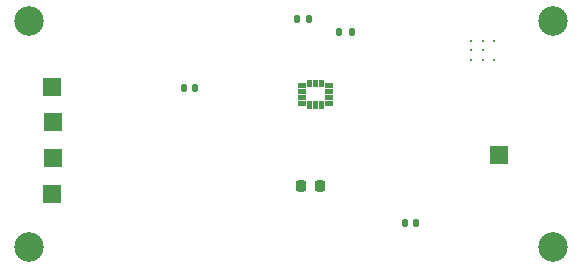
<source format=gbr>
%TF.GenerationSoftware,KiCad,Pcbnew,8.0.4*%
%TF.CreationDate,2024-11-04T05:07:06-05:00*%
%TF.ProjectId,6-axisIMU,362d6178-6973-4494-9d55-2e6b69636164,V01*%
%TF.SameCoordinates,Original*%
%TF.FileFunction,Soldermask,Top*%
%TF.FilePolarity,Negative*%
%FSLAX46Y46*%
G04 Gerber Fmt 4.6, Leading zero omitted, Abs format (unit mm)*
G04 Created by KiCad (PCBNEW 8.0.4) date 2024-11-04 05:07:06*
%MOMM*%
%LPD*%
G01*
G04 APERTURE LIST*
G04 Aperture macros list*
%AMRoundRect*
0 Rectangle with rounded corners*
0 $1 Rounding radius*
0 $2 $3 $4 $5 $6 $7 $8 $9 X,Y pos of 4 corners*
0 Add a 4 corners polygon primitive as box body*
4,1,4,$2,$3,$4,$5,$6,$7,$8,$9,$2,$3,0*
0 Add four circle primitives for the rounded corners*
1,1,$1+$1,$2,$3*
1,1,$1+$1,$4,$5*
1,1,$1+$1,$6,$7*
1,1,$1+$1,$8,$9*
0 Add four rect primitives between the rounded corners*
20,1,$1+$1,$2,$3,$4,$5,0*
20,1,$1+$1,$4,$5,$6,$7,0*
20,1,$1+$1,$6,$7,$8,$9,0*
20,1,$1+$1,$8,$9,$2,$3,0*%
G04 Aperture macros list end*
%ADD10C,0.010000*%
%ADD11C,2.500000*%
%ADD12RoundRect,0.250000X-0.550000X-0.550000X0.550000X-0.550000X0.550000X0.550000X-0.550000X0.550000X0*%
%ADD13C,0.299999*%
%ADD14RoundRect,0.140000X-0.140000X-0.170000X0.140000X-0.170000X0.140000X0.170000X-0.140000X0.170000X0*%
%ADD15RoundRect,0.225000X-0.225000X-0.250000X0.225000X-0.250000X0.225000X0.250000X-0.225000X0.250000X0*%
%ADD16RoundRect,0.135000X0.135000X0.185000X-0.135000X0.185000X-0.135000X-0.185000X0.135000X-0.185000X0*%
%ADD17RoundRect,0.135000X-0.135000X-0.185000X0.135000X-0.185000X0.135000X0.185000X-0.135000X0.185000X0*%
%ADD18RoundRect,0.140000X0.140000X0.170000X-0.140000X0.170000X-0.140000X-0.170000X0.140000X-0.170000X0*%
G04 APERTURE END LIST*
D10*
%TO.C,MT1*%
X87350000Y-35625000D02*
X86775000Y-35625000D01*
X86775000Y-35275000D01*
X87350000Y-35275000D01*
X87350000Y-35625000D01*
G36*
X87350000Y-35625000D02*
G01*
X86775000Y-35625000D01*
X86775000Y-35275000D01*
X87350000Y-35275000D01*
X87350000Y-35625000D01*
G37*
X87350000Y-35125000D02*
X86775000Y-35125000D01*
X86775000Y-34775000D01*
X87350000Y-34775000D01*
X87350000Y-35125000D01*
G36*
X87350000Y-35125000D02*
G01*
X86775000Y-35125000D01*
X86775000Y-34775000D01*
X87350000Y-34775000D01*
X87350000Y-35125000D01*
G37*
X87350000Y-34625000D02*
X86775000Y-34625000D01*
X86775000Y-34275000D01*
X87350000Y-34275000D01*
X87350000Y-34625000D01*
G36*
X87350000Y-34625000D02*
G01*
X86775000Y-34625000D01*
X86775000Y-34275000D01*
X87350000Y-34275000D01*
X87350000Y-34625000D01*
G37*
X87350000Y-34125000D02*
X86775000Y-34125000D01*
X86775000Y-33775000D01*
X87350000Y-33775000D01*
X87350000Y-34125000D01*
G36*
X87350000Y-34125000D02*
G01*
X86775000Y-34125000D01*
X86775000Y-33775000D01*
X87350000Y-33775000D01*
X87350000Y-34125000D01*
G37*
X86575000Y-35900000D02*
X86225000Y-35900000D01*
X86225000Y-35325000D01*
X86575000Y-35325000D01*
X86575000Y-35900000D01*
G36*
X86575000Y-35900000D02*
G01*
X86225000Y-35900000D01*
X86225000Y-35325000D01*
X86575000Y-35325000D01*
X86575000Y-35900000D01*
G37*
X86575000Y-34075000D02*
X86225000Y-34075000D01*
X86225000Y-33500000D01*
X86575000Y-33500000D01*
X86575000Y-34075000D01*
G36*
X86575000Y-34075000D02*
G01*
X86225000Y-34075000D01*
X86225000Y-33500000D01*
X86575000Y-33500000D01*
X86575000Y-34075000D01*
G37*
X86075000Y-35900000D02*
X85725000Y-35900000D01*
X85725000Y-35325000D01*
X86075000Y-35325000D01*
X86075000Y-35900000D01*
G36*
X86075000Y-35900000D02*
G01*
X85725000Y-35900000D01*
X85725000Y-35325000D01*
X86075000Y-35325000D01*
X86075000Y-35900000D01*
G37*
X86075000Y-34075000D02*
X85725000Y-34075000D01*
X85725000Y-33500000D01*
X86075000Y-33500000D01*
X86075000Y-34075000D01*
G36*
X86075000Y-34075000D02*
G01*
X85725000Y-34075000D01*
X85725000Y-33500000D01*
X86075000Y-33500000D01*
X86075000Y-34075000D01*
G37*
X85575000Y-35900000D02*
X85225000Y-35900000D01*
X85225000Y-35325000D01*
X85575000Y-35325000D01*
X85575000Y-35900000D01*
G36*
X85575000Y-35900000D02*
G01*
X85225000Y-35900000D01*
X85225000Y-35325000D01*
X85575000Y-35325000D01*
X85575000Y-35900000D01*
G37*
X85575000Y-34075000D02*
X85225000Y-34075000D01*
X85225000Y-33500000D01*
X85575000Y-33500000D01*
X85575000Y-34075000D01*
G36*
X85575000Y-34075000D02*
G01*
X85225000Y-34075000D01*
X85225000Y-33500000D01*
X85575000Y-33500000D01*
X85575000Y-34075000D01*
G37*
X85025000Y-35625000D02*
X84450000Y-35625000D01*
X84450000Y-35275000D01*
X85025000Y-35275000D01*
X85025000Y-35625000D01*
G36*
X85025000Y-35625000D02*
G01*
X84450000Y-35625000D01*
X84450000Y-35275000D01*
X85025000Y-35275000D01*
X85025000Y-35625000D01*
G37*
X85025000Y-35125000D02*
X84450000Y-35125000D01*
X84450000Y-34775000D01*
X85025000Y-34775000D01*
X85025000Y-35125000D01*
G36*
X85025000Y-35125000D02*
G01*
X84450000Y-35125000D01*
X84450000Y-34775000D01*
X85025000Y-34775000D01*
X85025000Y-35125000D01*
G37*
X85025000Y-34625000D02*
X84450000Y-34625000D01*
X84450000Y-34275000D01*
X85025000Y-34275000D01*
X85025000Y-34625000D01*
G36*
X85025000Y-34625000D02*
G01*
X84450000Y-34625000D01*
X84450000Y-34275000D01*
X85025000Y-34275000D01*
X85025000Y-34625000D01*
G37*
X85025000Y-34125000D02*
X84450000Y-34125000D01*
X84450000Y-33775000D01*
X85025000Y-33775000D01*
X85025000Y-34125000D01*
G36*
X85025000Y-34125000D02*
G01*
X84450000Y-34125000D01*
X84450000Y-33775000D01*
X85025000Y-33775000D01*
X85025000Y-34125000D01*
G37*
%TD*%
D11*
%TO.C,REF\u002A\u002A*%
X61660000Y-28550000D03*
%TD*%
%TO.C,REF\u002A\u002A*%
X106050000Y-28550000D03*
%TD*%
%TO.C,REF\u002A\u002A*%
X106050000Y-47660000D03*
%TD*%
%TO.C,REF\u002A\u002A*%
X61660000Y-47660000D03*
%TD*%
D12*
%TO.C,SDA*%
X63650000Y-43150000D03*
%TD*%
%TO.C,INT2*%
X63650000Y-34150000D03*
%TD*%
%TO.C,5V-In*%
X101500000Y-39900000D03*
%TD*%
%TO.C,INT1*%
X63700000Y-37100000D03*
%TD*%
%TO.C,SCL*%
X63700000Y-40100000D03*
%TD*%
D13*
%TO.C,U2*%
X101099999Y-31799999D03*
X100099998Y-31799999D03*
X99100000Y-31799999D03*
X100099998Y-31000001D03*
X99100000Y-30999998D03*
X101099999Y-30200000D03*
X100099998Y-30200000D03*
X99100000Y-30200000D03*
%TD*%
D14*
%TO.C,C1*%
X94480000Y-45600000D03*
X93520000Y-45600000D03*
%TD*%
D15*
%TO.C,C2*%
X86300000Y-42500000D03*
X84750000Y-42500000D03*
%TD*%
D16*
%TO.C,R2*%
X84380000Y-28350000D03*
X85400000Y-28350000D03*
%TD*%
D17*
%TO.C,R1*%
X89000000Y-29450000D03*
X87980000Y-29450000D03*
%TD*%
D18*
%TO.C,C3*%
X74820000Y-34250000D03*
X75780000Y-34250000D03*
%TD*%
M02*

</source>
